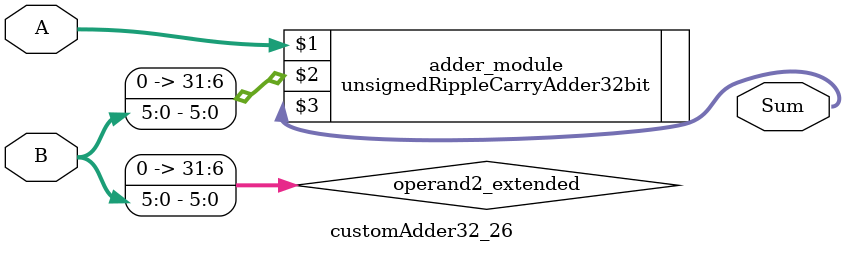
<source format=v>

module customAdder32_26(
                    input [31 : 0] A,
                    input [5 : 0] B,
                    
                    output [32 : 0] Sum
            );

    wire [31 : 0] operand2_extended;
    
    assign operand2_extended =  {26'b0, B};
    
    unsignedRippleCarryAdder32bit adder_module(
        A,
        operand2_extended,
        Sum
    );
    
endmodule
        
</source>
